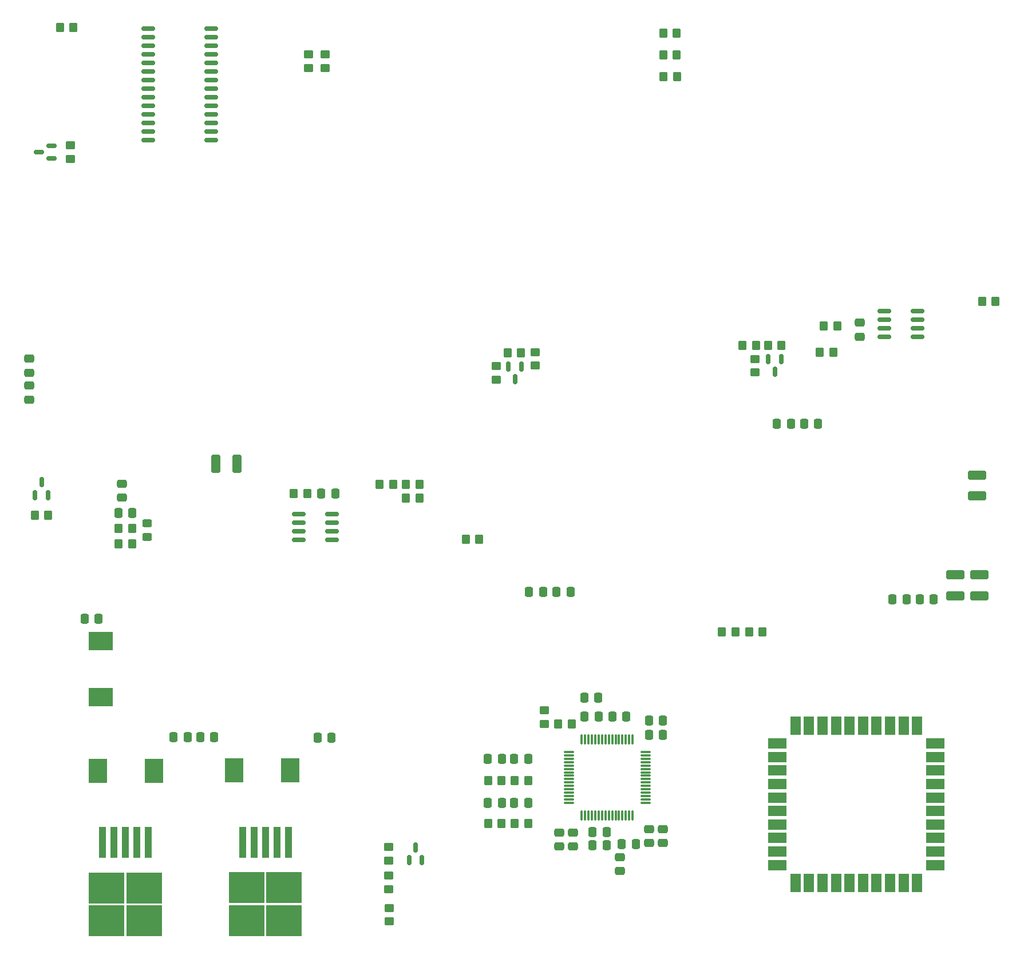
<source format=gtp>
%TF.GenerationSoftware,KiCad,Pcbnew,(5.99.0-13134-g7fd669b6a8-dirty)*%
%TF.CreationDate,2021-11-08T01:58:14+00:00*%
%TF.ProjectId,solarpump,736f6c61-7270-4756-9d70-2e6b69636164,1.0*%
%TF.SameCoordinates,Original*%
%TF.FileFunction,Paste,Top*%
%TF.FilePolarity,Positive*%
%FSLAX46Y46*%
G04 Gerber Fmt 4.6, Leading zero omitted, Abs format (unit mm)*
G04 Created by KiCad (PCBNEW (5.99.0-13134-g7fd669b6a8-dirty)) date 2021-11-08 01:58:14*
%MOMM*%
%LPD*%
G01*
G04 APERTURE LIST*
G04 Aperture macros list*
%AMRoundRect*
0 Rectangle with rounded corners*
0 $1 Rounding radius*
0 $2 $3 $4 $5 $6 $7 $8 $9 X,Y pos of 4 corners*
0 Add a 4 corners polygon primitive as box body*
4,1,4,$2,$3,$4,$5,$6,$7,$8,$9,$2,$3,0*
0 Add four circle primitives for the rounded corners*
1,1,$1+$1,$2,$3*
1,1,$1+$1,$4,$5*
1,1,$1+$1,$6,$7*
1,1,$1+$1,$8,$9*
0 Add four rect primitives between the rounded corners*
20,1,$1+$1,$2,$3,$4,$5,0*
20,1,$1+$1,$4,$5,$6,$7,0*
20,1,$1+$1,$6,$7,$8,$9,0*
20,1,$1+$1,$8,$9,$2,$3,0*%
G04 Aperture macros list end*
%ADD10R,5.250000X4.550000*%
%ADD11R,1.100000X4.600000*%
%ADD12RoundRect,0.250000X-0.450000X0.350000X-0.450000X-0.350000X0.450000X-0.350000X0.450000X0.350000X0*%
%ADD13RoundRect,0.150000X0.825000X0.150000X-0.825000X0.150000X-0.825000X-0.150000X0.825000X-0.150000X0*%
%ADD14RoundRect,0.250000X0.337500X0.475000X-0.337500X0.475000X-0.337500X-0.475000X0.337500X-0.475000X0*%
%ADD15RoundRect,0.250000X-0.337500X-0.475000X0.337500X-0.475000X0.337500X0.475000X-0.337500X0.475000X0*%
%ADD16RoundRect,0.150000X0.150000X-0.587500X0.150000X0.587500X-0.150000X0.587500X-0.150000X-0.587500X0*%
%ADD17RoundRect,0.250000X0.450000X-0.350000X0.450000X0.350000X-0.450000X0.350000X-0.450000X-0.350000X0*%
%ADD18R,2.800000X1.500000*%
%ADD19R,1.500000X2.800000*%
%ADD20RoundRect,0.250000X0.350000X0.450000X-0.350000X0.450000X-0.350000X-0.450000X0.350000X-0.450000X0*%
%ADD21RoundRect,0.150000X0.587500X0.150000X-0.587500X0.150000X-0.587500X-0.150000X0.587500X-0.150000X0*%
%ADD22RoundRect,0.250000X-0.350000X-0.450000X0.350000X-0.450000X0.350000X0.450000X-0.350000X0.450000X0*%
%ADD23RoundRect,0.250000X0.475000X-0.337500X0.475000X0.337500X-0.475000X0.337500X-0.475000X-0.337500X0*%
%ADD24RoundRect,0.250000X0.450000X-0.325000X0.450000X0.325000X-0.450000X0.325000X-0.450000X-0.325000X0*%
%ADD25R,2.700000X3.600000*%
%ADD26RoundRect,0.075000X-0.662500X-0.075000X0.662500X-0.075000X0.662500X0.075000X-0.662500X0.075000X0*%
%ADD27RoundRect,0.075000X-0.075000X-0.662500X0.075000X-0.662500X0.075000X0.662500X-0.075000X0.662500X0*%
%ADD28RoundRect,0.150000X-0.150000X0.587500X-0.150000X-0.587500X0.150000X-0.587500X0.150000X0.587500X0*%
%ADD29R,3.600000X2.700000*%
%ADD30RoundRect,0.250000X0.412500X1.100000X-0.412500X1.100000X-0.412500X-1.100000X0.412500X-1.100000X0*%
%ADD31RoundRect,0.250000X-0.475000X0.337500X-0.475000X-0.337500X0.475000X-0.337500X0.475000X0.337500X0*%
%ADD32RoundRect,0.250000X-1.100000X0.412500X-1.100000X-0.412500X1.100000X-0.412500X1.100000X0.412500X0*%
%ADD33RoundRect,0.150000X0.875000X0.150000X-0.875000X0.150000X-0.875000X-0.150000X0.875000X-0.150000X0*%
%ADD34RoundRect,0.250000X1.100000X-0.412500X1.100000X0.412500X-1.100000X0.412500X-1.100000X-0.412500X0*%
%ADD35RoundRect,0.150000X-0.825000X-0.150000X0.825000X-0.150000X0.825000X0.150000X-0.825000X0.150000X0*%
G04 APERTURE END LIST*
D10*
%TO.C,U10*%
X80375000Y-153600000D03*
X74825000Y-153600000D03*
X74825000Y-148750000D03*
X80375000Y-148750000D03*
D11*
X81000000Y-142025000D03*
X79300000Y-142025000D03*
X77600000Y-142025000D03*
X75900000Y-142025000D03*
X74200000Y-142025000D03*
%TD*%
D10*
%TO.C,U9*%
X101075000Y-153550000D03*
X95525000Y-153550000D03*
X95525000Y-148700000D03*
X101075000Y-148700000D03*
D11*
X101700000Y-141975000D03*
X100000000Y-141975000D03*
X98300000Y-141975000D03*
X96600000Y-141975000D03*
X94900000Y-141975000D03*
%TD*%
D12*
%TO.C,R17*%
X116550000Y-142700000D03*
X116550000Y-144700000D03*
%TD*%
D13*
%TO.C,U12*%
X194775000Y-67165000D03*
X194775000Y-65895000D03*
X194775000Y-64625000D03*
X194775000Y-63355000D03*
X189825000Y-63355000D03*
X189825000Y-64625000D03*
X189825000Y-65895000D03*
X189825000Y-67165000D03*
%TD*%
D14*
%TO.C,C12*%
X78637500Y-93200000D03*
X76562500Y-93200000D03*
%TD*%
%TO.C,C29*%
X157090155Y-126043070D03*
X155015155Y-126043070D03*
%TD*%
D15*
%TO.C,C22*%
X71562500Y-108900000D03*
X73637500Y-108900000D03*
%TD*%
D16*
%TO.C,Q4*%
X64250000Y-90562500D03*
X66150000Y-90562500D03*
X65200000Y-88687500D03*
%TD*%
D15*
%TO.C,C2*%
X146715155Y-142443070D03*
X148790155Y-142443070D03*
%TD*%
D17*
%TO.C,R9*%
X116600000Y-153700000D03*
X116600000Y-151700000D03*
%TD*%
D12*
%TO.C,R33*%
X104701235Y-25318945D03*
X104701235Y-27318945D03*
%TD*%
D18*
%TO.C,MCU1*%
X197350000Y-145350000D03*
X197350000Y-143350000D03*
X197350000Y-141350000D03*
X197350000Y-139350000D03*
X197350000Y-137350000D03*
X197350000Y-135350000D03*
X197350000Y-133350000D03*
X197350000Y-131350000D03*
X197350000Y-129350000D03*
X197350000Y-127350000D03*
D19*
X194700000Y-124700000D03*
X192700000Y-124700000D03*
X190700000Y-124700000D03*
X188700000Y-124700000D03*
X186700000Y-124700000D03*
X184700000Y-124700000D03*
X182700000Y-124700000D03*
X180700000Y-124700000D03*
X178700000Y-124700000D03*
X176700000Y-124700000D03*
D18*
X174050000Y-127350000D03*
X174050000Y-129350000D03*
X174050000Y-131350000D03*
X174050000Y-133350000D03*
X174050000Y-135350000D03*
X174050000Y-137350000D03*
X174050000Y-139350000D03*
X174050000Y-141350000D03*
X174050000Y-143350000D03*
X174050000Y-145350000D03*
D19*
X176700000Y-148000000D03*
X178700000Y-148000000D03*
X180700000Y-148000000D03*
X182700000Y-148000000D03*
X184700000Y-148000000D03*
X186700000Y-148000000D03*
X188700000Y-148000000D03*
X190700000Y-148000000D03*
X192700000Y-148000000D03*
X194700000Y-148000000D03*
%TD*%
D20*
%TO.C,R8*%
X121100000Y-91000000D03*
X119100000Y-91000000D03*
%TD*%
D21*
%TO.C,Q6*%
X66636688Y-40750222D03*
X66636688Y-38850222D03*
X64761688Y-39800222D03*
%TD*%
D22*
%TO.C,R24*%
X135150000Y-132868070D03*
X137150000Y-132868070D03*
%TD*%
%TO.C,R20*%
X169850000Y-110850000D03*
X171850000Y-110850000D03*
%TD*%
D15*
%TO.C,C34*%
X191062500Y-105975000D03*
X193137500Y-105975000D03*
%TD*%
D23*
%TO.C,C30*%
X157117175Y-142074130D03*
X157117175Y-139999130D03*
%TD*%
D20*
%TO.C,R2*%
X133250000Y-139200000D03*
X131250000Y-139200000D03*
%TD*%
D22*
%TO.C,R18*%
X157150000Y-22150000D03*
X159150000Y-22150000D03*
%TD*%
D14*
%TO.C,C31*%
X137187500Y-129600000D03*
X135112500Y-129600000D03*
%TD*%
D23*
%TO.C,C7*%
X150700000Y-146237500D03*
X150700000Y-144162500D03*
%TD*%
D15*
%TO.C,C3*%
X146715155Y-140443070D03*
X148790155Y-140443070D03*
%TD*%
D20*
%TO.C,R22*%
X174650000Y-68443940D03*
X172650000Y-68443940D03*
%TD*%
D23*
%TO.C,C36*%
X186250000Y-67135000D03*
X186250000Y-65060000D03*
%TD*%
%TO.C,C25*%
X141752655Y-142580570D03*
X141752655Y-140505570D03*
%TD*%
D14*
%TO.C,C33*%
X197137500Y-105975000D03*
X195062500Y-105975000D03*
%TD*%
%TO.C,C32*%
X133287500Y-129600000D03*
X131212500Y-129600000D03*
%TD*%
D15*
%TO.C,C16*%
X173972500Y-80011630D03*
X176047500Y-80011630D03*
%TD*%
D22*
%TO.C,R19*%
X165850000Y-110850000D03*
X167850000Y-110850000D03*
%TD*%
D20*
%TO.C,R15*%
X143600000Y-124500000D03*
X141600000Y-124500000D03*
%TD*%
%TO.C,R25*%
X182300000Y-69400000D03*
X180300000Y-69400000D03*
%TD*%
D22*
%TO.C,R23*%
X131250000Y-132868070D03*
X133250000Y-132868070D03*
%TD*%
D24*
%TO.C,D3*%
X80800000Y-96775000D03*
X80800000Y-94725000D03*
%TD*%
D12*
%TO.C,R34*%
X107151235Y-25318945D03*
X107151235Y-27318945D03*
%TD*%
D15*
%TO.C,C24*%
X88662500Y-126400000D03*
X90737500Y-126400000D03*
%TD*%
D14*
%TO.C,C6*%
X151687500Y-123350000D03*
X149612500Y-123350000D03*
%TD*%
D22*
%TO.C,R11*%
X64175000Y-93550000D03*
X66175000Y-93550000D03*
%TD*%
D25*
%TO.C,L4*%
X81800000Y-131400000D03*
X73500000Y-131400000D03*
%TD*%
D17*
%TO.C,R16*%
X139600000Y-124450000D03*
X139600000Y-122450000D03*
%TD*%
D15*
%TO.C,C27*%
X145479675Y-120550000D03*
X147554675Y-120550000D03*
%TD*%
D17*
%TO.C,R10*%
X116550000Y-148900000D03*
X116550000Y-146900000D03*
%TD*%
D22*
%TO.C,R6*%
X76600000Y-97800000D03*
X78600000Y-97800000D03*
%TD*%
D23*
%TO.C,C1*%
X143817175Y-142580570D03*
X143817175Y-140505570D03*
%TD*%
D20*
%TO.C,R21*%
X136112175Y-69499130D03*
X134112175Y-69499130D03*
%TD*%
D15*
%TO.C,C11*%
X106562500Y-90300000D03*
X108637500Y-90300000D03*
%TD*%
D20*
%TO.C,R32*%
X170850000Y-68443940D03*
X168850000Y-68443940D03*
%TD*%
%TO.C,R7*%
X129950000Y-97100000D03*
X127950000Y-97100000D03*
%TD*%
D26*
%TO.C,U2*%
X143190155Y-128618070D03*
X143190155Y-129118070D03*
X143190155Y-129618070D03*
X143190155Y-130118070D03*
X143190155Y-130618070D03*
X143190155Y-131118070D03*
X143190155Y-131618070D03*
X143190155Y-132118070D03*
X143190155Y-132618070D03*
X143190155Y-133118070D03*
X143190155Y-133618070D03*
X143190155Y-134118070D03*
X143190155Y-134618070D03*
X143190155Y-135118070D03*
X143190155Y-135618070D03*
X143190155Y-136118070D03*
D27*
X145102655Y-138030570D03*
X145602655Y-138030570D03*
X146102655Y-138030570D03*
X146602655Y-138030570D03*
X147102655Y-138030570D03*
X147602655Y-138030570D03*
X148102655Y-138030570D03*
X148602655Y-138030570D03*
X149102655Y-138030570D03*
X149602655Y-138030570D03*
X150102655Y-138030570D03*
X150602655Y-138030570D03*
X151102655Y-138030570D03*
X151602655Y-138030570D03*
X152102655Y-138030570D03*
X152602655Y-138030570D03*
D26*
X154515155Y-136118070D03*
X154515155Y-135618070D03*
X154515155Y-135118070D03*
X154515155Y-134618070D03*
X154515155Y-134118070D03*
X154515155Y-133618070D03*
X154515155Y-133118070D03*
X154515155Y-132618070D03*
X154515155Y-132118070D03*
X154515155Y-131618070D03*
X154515155Y-131118070D03*
X154515155Y-130618070D03*
X154515155Y-130118070D03*
X154515155Y-129618070D03*
X154515155Y-129118070D03*
X154515155Y-128618070D03*
D27*
X152602655Y-126705570D03*
X152102655Y-126705570D03*
X151602655Y-126705570D03*
X151102655Y-126705570D03*
X150602655Y-126705570D03*
X150102655Y-126705570D03*
X149602655Y-126705570D03*
X149102655Y-126705570D03*
X148602655Y-126705570D03*
X148102655Y-126705570D03*
X147602655Y-126705570D03*
X147102655Y-126705570D03*
X146602655Y-126705570D03*
X146102655Y-126705570D03*
X145602655Y-126705570D03*
X145102655Y-126705570D03*
%TD*%
D28*
%TO.C,Q8*%
X174600000Y-70462500D03*
X172700000Y-70462500D03*
X173650000Y-72337500D03*
%TD*%
D29*
%TO.C,L2*%
X73950000Y-120500000D03*
X73950000Y-112200000D03*
%TD*%
D14*
%TO.C,C18*%
X180047500Y-80011630D03*
X177972500Y-80011630D03*
%TD*%
D30*
%TO.C,C35*%
X94112500Y-85900000D03*
X90987500Y-85900000D03*
%TD*%
D23*
%TO.C,C9*%
X63375000Y-76437500D03*
X63375000Y-74362500D03*
%TD*%
D16*
%TO.C,Q5*%
X119550000Y-144637500D03*
X121450000Y-144637500D03*
X120500000Y-142762500D03*
%TD*%
D22*
%TO.C,R35*%
X157200000Y-28650000D03*
X159200000Y-28650000D03*
%TD*%
%TO.C,R28*%
X180875000Y-65525000D03*
X182875000Y-65525000D03*
%TD*%
D28*
%TO.C,Q7*%
X136167175Y-71561630D03*
X134267175Y-71561630D03*
X135217175Y-73436630D03*
%TD*%
D17*
%TO.C,R31*%
X138212175Y-71399130D03*
X138212175Y-69399130D03*
%TD*%
D31*
%TO.C,C10*%
X63375000Y-70362500D03*
X63375000Y-72437500D03*
%TD*%
D17*
%TO.C,R29*%
X132412175Y-73499130D03*
X132412175Y-71499130D03*
%TD*%
D22*
%TO.C,R12*%
X115200000Y-88950000D03*
X117200000Y-88950000D03*
%TD*%
D20*
%TO.C,R1*%
X137150000Y-139200000D03*
X135150000Y-139200000D03*
%TD*%
D14*
%TO.C,C15*%
X137187500Y-136150000D03*
X135112500Y-136150000D03*
%TD*%
D32*
%TO.C,C37*%
X200375000Y-102387500D03*
X200375000Y-105512500D03*
%TD*%
D20*
%TO.C,R27*%
X206300000Y-61850000D03*
X204300000Y-61850000D03*
%TD*%
D14*
%TO.C,C4*%
X153090155Y-142243070D03*
X151015155Y-142243070D03*
%TD*%
D22*
%TO.C,R36*%
X157150000Y-25400000D03*
X159150000Y-25400000D03*
%TD*%
D17*
%TO.C,R14*%
X69449188Y-40800222D03*
X69449188Y-38800222D03*
%TD*%
D22*
%TO.C,R5*%
X78600000Y-95500000D03*
X76600000Y-95500000D03*
%TD*%
D20*
%TO.C,R37*%
X69899188Y-21300222D03*
X67899188Y-21300222D03*
%TD*%
D17*
%TO.C,R30*%
X170750000Y-72400000D03*
X170750000Y-70400000D03*
%TD*%
D31*
%TO.C,C13*%
X77050000Y-88862500D03*
X77050000Y-90937500D03*
%TD*%
D14*
%TO.C,C44*%
X86787500Y-126400000D03*
X84712500Y-126400000D03*
%TD*%
D20*
%TO.C,R3*%
X104500000Y-90350000D03*
X102500000Y-90350000D03*
%TD*%
D22*
%TO.C,R13*%
X119100000Y-88950000D03*
X121100000Y-88950000D03*
%TD*%
D23*
%TO.C,C5*%
X155017175Y-142074130D03*
X155017175Y-139999130D03*
%TD*%
D15*
%TO.C,C23*%
X106012500Y-126500000D03*
X108087500Y-126500000D03*
%TD*%
D32*
%TO.C,C43*%
X203900000Y-102337500D03*
X203900000Y-105462500D03*
%TD*%
D33*
%TO.C,U4*%
X90249188Y-38023945D03*
X90249188Y-36753945D03*
X90249188Y-35483945D03*
X90249188Y-34213945D03*
X90249188Y-32943945D03*
X90249188Y-31673945D03*
X90249188Y-30403945D03*
X90249188Y-29133945D03*
X90249188Y-27863945D03*
X90249188Y-26593945D03*
X90249188Y-25323945D03*
X90249188Y-24053945D03*
X90249188Y-22783945D03*
X90249188Y-21513945D03*
X80949188Y-21513945D03*
X80949188Y-22783945D03*
X80949188Y-24053945D03*
X80949188Y-25323945D03*
X80949188Y-26593945D03*
X80949188Y-27863945D03*
X80949188Y-29133945D03*
X80949188Y-30403945D03*
X80949188Y-31673945D03*
X80949188Y-32943945D03*
X80949188Y-34213945D03*
X80949188Y-35483945D03*
X80949188Y-36753945D03*
X80949188Y-38023945D03*
%TD*%
D14*
%TO.C,C8*%
X133287500Y-136150000D03*
X131212500Y-136150000D03*
%TD*%
D34*
%TO.C,C42*%
X203600000Y-90712500D03*
X203600000Y-87587500D03*
%TD*%
D15*
%TO.C,C26*%
X145512500Y-123350000D03*
X147587500Y-123350000D03*
%TD*%
D35*
%TO.C,U1*%
X103225000Y-93395000D03*
X103225000Y-94665000D03*
X103225000Y-95935000D03*
X103225000Y-97205000D03*
X108175000Y-97205000D03*
X108175000Y-95935000D03*
X108175000Y-94665000D03*
X108175000Y-93395000D03*
%TD*%
D14*
%TO.C,C28*%
X157090155Y-123943070D03*
X155015155Y-123943070D03*
%TD*%
D15*
%TO.C,C17*%
X137297175Y-104911630D03*
X139372175Y-104911630D03*
%TD*%
D25*
%TO.C,L3*%
X102000000Y-131350000D03*
X93700000Y-131350000D03*
%TD*%
D14*
%TO.C,C14*%
X143422175Y-104911630D03*
X141347175Y-104911630D03*
%TD*%
M02*

</source>
